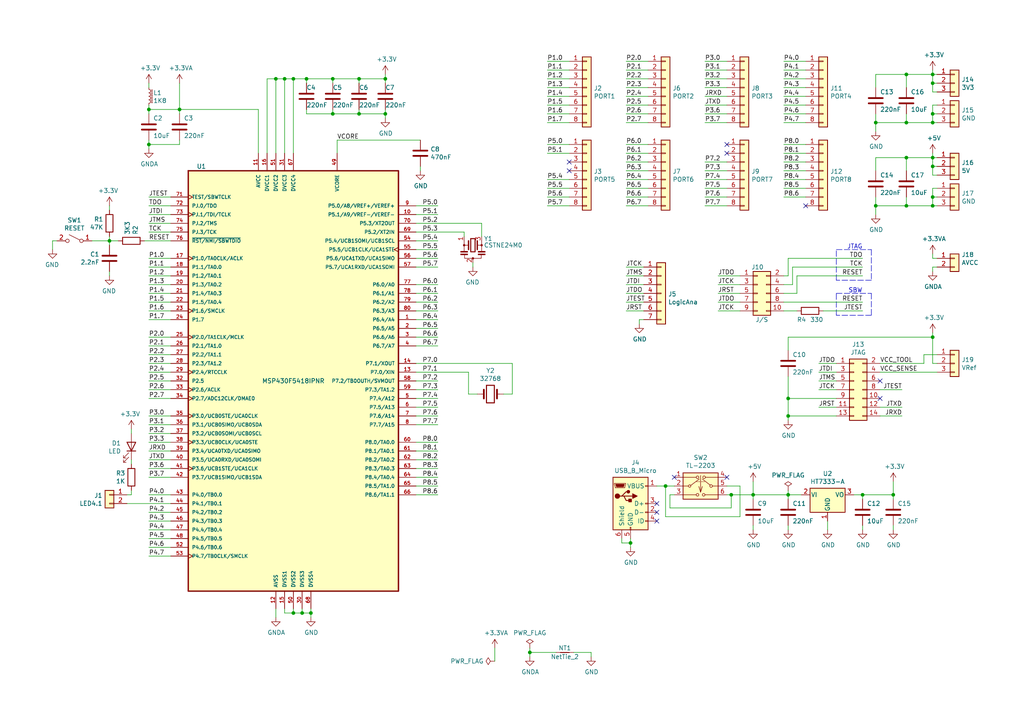
<source format=kicad_sch>
(kicad_sch (version 20211123) (generator eeschema)
  (paper "A4")
  (title_block (title "MSP430-5418A Proto Board") (date "2022-09-17") (rev "1.2") (company "Mathias Gruber"))
  (junction (at 153.67 189.23))
  (junction (at 82.55 22.86))
  (junction (at 218.44 143.51))
  (junction (at 228.6 115.57))
  (junction (at 80.01 22.86))
  (junction (at 85.09 22.86))
  (junction (at 262.89 59.69))
  (junction (at 90.17 177.8))
  (junction (at 262.89 35.56))
  (junction (at 270.51 33.02))
  (junction (at 228.6 143.51))
  (junction (at 96.52 33.02))
  (junction (at 250.19 143.51))
  (junction (at 270.51 45.72))
  (junction (at 270.51 97.79))
  (junction (at 270.51 48.26))
  (junction (at 254 35.56))
  (junction (at 212.09 143.51))
  (junction (at 262.89 21.59))
  (junction (at 31.75 69.85))
  (junction (at 104.14 22.86))
  (junction (at 52.07 31.75))
  (junction (at 270.51 24.13))
  (junction (at 193.04 140.97))
  (junction (at 43.18 41.91))
  (junction (at 43.18 31.75))
  (junction (at 270.51 59.69))
  (junction (at 270.51 35.56))
  (junction (at 111.76 22.86))
  (junction (at 88.9 22.86))
  (junction (at 270.51 21.59))
  (junction (at 104.14 33.02))
  (junction (at 96.52 22.86))
  (junction (at 85.09 177.8))
  (junction (at 259.08 143.51))
  (junction (at 182.88 157.48))
  (junction (at 254 59.69))
  (junction (at 87.63 177.8))
  (junction (at 228.6 120.65))
  (junction (at 111.76 33.02))
  (junction (at 262.89 45.72))
  (junction (at 270.51 57.15))
  (no_connect (at 190.5 151.13))
  (no_connect (at 190.5 146.05))
  (no_connect (at 165.1 46.99))
  (no_connect (at 165.1 49.53))
  (no_connect (at 195.58 138.43))
  (no_connect (at 233.68 59.69))
  (no_connect (at 190.5 148.59))
  (no_connect (at 255.27 115.57))
  (no_connect (at 255.27 110.49))
  (no_connect (at 210.82 41.91))
  (no_connect (at 210.82 138.43))
  (no_connect (at 210.82 44.45))
  (wire (pts (xy 43.18 41.91) (xy 43.18 40.64)))
  (wire (pts (xy 43.18 31.75) (xy 43.18 33.02)))
  (wire (pts (xy 242.57 107.95) (xy 237.49 107.95)))
  (wire (pts (xy 26.67 69.85) (xy 31.75 69.85)))
  (wire (pts (xy 185.42 92.71) (xy 185.42 93.98)))
  (wire (pts (xy 193.04 140.97) (xy 193.04 149.86)))
  (wire (pts (xy 255.27 113.03) (xy 261.62 113.03)))
  (wire (pts (xy 210.82 35.56) (xy 204.47 35.56)))
  (polyline (pts (xy 242.57 85.09) (xy 252.73 85.09)))
  (polyline (pts (xy 242.57 81.28) (xy 242.57 72.39)))
  (wire (pts (xy 52.07 41.91) (xy 43.18 41.91)))
  (wire (pts (xy 111.76 33.02) (xy 104.14 33.02)))
  (wire (pts (xy 227.33 87.63) (xy 250.19 87.63)))
  (wire (pts (xy 270.51 105.41) (xy 270.51 97.79)))
  (wire (pts (xy 43.18 43.18) (xy 43.18 41.91)))
  (wire (pts (xy 74.93 44.45) (xy 74.93 31.75)))
  (wire (pts (xy 120.65 138.43) (xy 127 138.43)))
  (wire (pts (xy 182.88 157.48) (xy 182.88 158.75)))
  (wire (pts (xy 270.51 54.61) (xy 270.51 57.15)))
  (wire (pts (xy 194.31 147.32) (xy 212.09 147.32)))
  (wire (pts (xy 165.1 30.48) (xy 158.75 30.48)))
  (wire (pts (xy 270.51 24.13) (xy 270.51 26.67)))
  (wire (pts (xy 262.89 35.56) (xy 254 35.56)))
  (wire (pts (xy 254 35.56) (xy 254 33.02)))
  (wire (pts (xy 187.96 52.07) (xy 181.61 52.07)))
  (wire (pts (xy 271.78 54.61) (xy 270.51 54.61)))
  (wire (pts (xy 187.96 35.56) (xy 181.61 35.56)))
  (wire (pts (xy 120.65 128.27) (xy 127 128.27)))
  (wire (pts (xy 137.16 77.47) (xy 137.16 76.2)))
  (wire (pts (xy 153.67 187.96) (xy 153.67 189.23)))
  (wire (pts (xy 242.57 110.49) (xy 237.49 110.49)))
  (wire (pts (xy 233.68 33.02) (xy 227.33 33.02)))
  (wire (pts (xy 228.6 143.51) (xy 232.41 143.51)))
  (wire (pts (xy 210.82 30.48) (xy 204.47 30.48)))
  (wire (pts (xy 270.51 21.59) (xy 270.51 24.13)))
  (wire (pts (xy 187.96 46.99) (xy 181.61 46.99)))
  (wire (pts (xy 210.82 46.99) (xy 204.47 46.99)))
  (wire (pts (xy 233.68 52.07) (xy 227.33 52.07)))
  (wire (pts (xy 227.33 85.09) (xy 231.14 85.09)))
  (wire (pts (xy 233.68 22.86) (xy 227.33 22.86)))
  (wire (pts (xy 254 45.72) (xy 254 49.53)))
  (wire (pts (xy 43.18 30.48) (xy 43.18 31.75)))
  (wire (pts (xy 49.53 153.67) (xy 43.18 153.67)))
  (wire (pts (xy 210.82 22.86) (xy 204.47 22.86)))
  (wire (pts (xy 210.82 54.61) (xy 204.47 54.61)))
  (wire (pts (xy 228.6 152.4) (xy 228.6 153.67)))
  (wire (pts (xy 270.51 33.02) (xy 270.51 35.56)))
  (wire (pts (xy 49.53 110.49) (xy 43.18 110.49)))
  (wire (pts (xy 187.96 57.15) (xy 181.61 57.15)))
  (wire (pts (xy 104.14 22.86) (xy 96.52 22.86)))
  (wire (pts (xy 180.34 157.48) (xy 182.88 157.48)))
  (wire (pts (xy 104.14 33.02) (xy 96.52 33.02)))
  (wire (pts (xy 31.75 68.58) (xy 31.75 69.85)))
  (wire (pts (xy 120.65 118.11) (xy 127 118.11)))
  (wire (pts (xy 212.09 147.32) (xy 212.09 143.51)))
  (wire (pts (xy 262.89 45.72) (xy 254 45.72)))
  (wire (pts (xy 49.53 67.31) (xy 43.18 67.31)))
  (wire (pts (xy 120.65 133.35) (xy 127 133.35)))
  (wire (pts (xy 120.65 72.39) (xy 127 72.39)))
  (wire (pts (xy 270.51 20.32) (xy 270.51 21.59)))
  (wire (pts (xy 120.65 130.81) (xy 127 130.81)))
  (wire (pts (xy 208.28 87.63) (xy 214.63 87.63)))
  (wire (pts (xy 36.83 143.51) (xy 38.1 143.51)))
  (wire (pts (xy 250.19 143.51) (xy 247.65 143.51)))
  (wire (pts (xy 43.18 100.33) (xy 49.53 100.33)))
  (wire (pts (xy 31.75 80.01) (xy 31.75 78.74)))
  (wire (pts (xy 88.9 22.86) (xy 88.9 24.13)))
  (wire (pts (xy 270.51 74.93) (xy 270.51 73.66)))
  (wire (pts (xy 210.82 140.97) (xy 214.63 140.97)))
  (wire (pts (xy 49.53 123.19) (xy 43.18 123.19)))
  (wire (pts (xy 120.65 95.25) (xy 127 95.25)))
  (wire (pts (xy 88.9 22.86) (xy 85.09 22.86)))
  (wire (pts (xy 49.53 69.85) (xy 41.91 69.85)))
  (wire (pts (xy 262.89 57.15) (xy 262.89 59.69)))
  (wire (pts (xy 271.78 59.69) (xy 270.51 59.69)))
  (wire (pts (xy 96.52 33.02) (xy 88.9 33.02)))
  (wire (pts (xy 120.65 85.09) (xy 127 85.09)))
  (wire (pts (xy 186.69 77.47) (xy 181.61 77.47)))
  (wire (pts (xy 96.52 22.86) (xy 88.9 22.86)))
  (wire (pts (xy 49.53 161.29) (xy 43.18 161.29)))
  (wire (pts (xy 153.67 189.23) (xy 153.67 190.5)))
  (wire (pts (xy 270.51 77.47) (xy 270.51 78.74)))
  (wire (pts (xy 237.49 118.11) (xy 242.57 118.11)))
  (wire (pts (xy 121.92 49.53) (xy 121.92 48.26)))
  (wire (pts (xy 231.14 80.01) (xy 250.19 80.01)))
  (wire (pts (xy 120.65 82.55) (xy 127 82.55)))
  (wire (pts (xy 49.53 146.05) (xy 36.83 146.05)))
  (wire (pts (xy 120.65 143.51) (xy 127 143.51)))
  (wire (pts (xy 240.03 151.13) (xy 240.03 153.67)))
  (wire (pts (xy 120.65 123.19) (xy 127 123.19)))
  (wire (pts (xy 210.82 25.4) (xy 204.47 25.4)))
  (wire (pts (xy 49.53 59.69) (xy 43.18 59.69)))
  (wire (pts (xy 96.52 24.13) (xy 96.52 22.86)))
  (wire (pts (xy 195.58 143.51) (xy 194.31 143.51)))
  (wire (pts (xy 165.1 20.32) (xy 158.75 20.32)))
  (wire (pts (xy 165.1 25.4) (xy 158.75 25.4)))
  (wire (pts (xy 186.69 87.63) (xy 181.61 87.63)))
  (wire (pts (xy 120.65 97.79) (xy 127 97.79)))
  (wire (pts (xy 212.09 143.51) (xy 218.44 143.51)))
  (wire (pts (xy 85.09 176.53) (xy 85.09 177.8)))
  (wire (pts (xy 165.1 54.61) (xy 158.75 54.61)))
  (wire (pts (xy 233.68 54.61) (xy 227.33 54.61)))
  (wire (pts (xy 165.1 17.78) (xy 158.75 17.78)))
  (wire (pts (xy 238.76 90.17) (xy 250.19 90.17)))
  (wire (pts (xy 187.96 30.48) (xy 181.61 30.48)))
  (wire (pts (xy 233.68 46.99) (xy 227.33 46.99)))
  (wire (pts (xy 270.51 44.45) (xy 270.51 45.72)))
  (wire (pts (xy 233.68 30.48) (xy 227.33 30.48)))
  (wire (pts (xy 233.68 49.53) (xy 227.33 49.53)))
  (wire (pts (xy 120.65 59.69) (xy 127 59.69)))
  (wire (pts (xy 250.19 144.78) (xy 250.19 143.51)))
  (wire (pts (xy 187.96 44.45) (xy 181.61 44.45)))
  (wire (pts (xy 120.65 107.95) (xy 135.89 107.95)))
  (wire (pts (xy 262.89 33.02) (xy 262.89 35.56)))
  (wire (pts (xy 270.51 97.79) (xy 270.51 96.52)))
  (wire (pts (xy 120.65 69.85) (xy 127 69.85)))
  (wire (pts (xy 120.65 140.97) (xy 127 140.97)))
  (wire (pts (xy 270.51 59.69) (xy 262.89 59.69)))
  (wire (pts (xy 186.69 80.01) (xy 181.61 80.01)))
  (wire (pts (xy 254 59.69) (xy 254 57.15)))
  (wire (pts (xy 120.65 100.33) (xy 127 100.33)))
  (wire (pts (xy 49.53 158.75) (xy 43.18 158.75)))
  (wire (pts (xy 171.45 189.23) (xy 171.45 190.5)))
  (wire (pts (xy 182.88 156.21) (xy 182.88 157.48)))
  (wire (pts (xy 104.14 31.75) (xy 104.14 33.02)))
  (wire (pts (xy 38.1 134.62) (xy 38.1 133.35)))
  (wire (pts (xy 143.51 187.96) (xy 143.51 191.77)))
  (polyline (pts (xy 242.57 72.39) (xy 252.73 72.39)))
  (wire (pts (xy 271.78 35.56) (xy 270.51 35.56)))
  (wire (pts (xy 254 62.23) (xy 254 59.69)))
  (wire (pts (xy 255.27 120.65) (xy 261.62 120.65)))
  (wire (pts (xy 49.53 85.09) (xy 43.18 85.09)))
  (wire (pts (xy 49.53 156.21) (xy 43.18 156.21)))
  (wire (pts (xy 49.53 82.55) (xy 43.18 82.55)))
  (wire (pts (xy 49.53 115.57) (xy 43.18 115.57)))
  (wire (pts (xy 165.1 52.07) (xy 158.75 52.07)))
  (wire (pts (xy 259.08 143.51) (xy 259.08 144.78)))
  (wire (pts (xy 49.53 92.71) (xy 43.18 92.71)))
  (wire (pts (xy 111.76 31.75) (xy 111.76 33.02)))
  (wire (pts (xy 111.76 33.02) (xy 111.76 34.29)))
  (wire (pts (xy 165.1 57.15) (xy 158.75 57.15)))
  (wire (pts (xy 271.78 74.93) (xy 270.51 74.93)))
  (wire (pts (xy 82.55 177.8) (xy 85.09 177.8)))
  (wire (pts (xy 270.51 57.15) (xy 270.51 59.69)))
  (wire (pts (xy 270.51 45.72) (xy 262.89 45.72)))
  (wire (pts (xy 88.9 33.02) (xy 88.9 31.75)))
  (wire (pts (xy 228.6 74.93) (xy 250.19 74.93)))
  (wire (pts (xy 52.07 31.75) (xy 43.18 31.75)))
  (wire (pts (xy 38.1 125.73) (xy 38.1 124.46)))
  (wire (pts (xy 228.6 109.22) (xy 228.6 115.57)))
  (wire (pts (xy 270.51 35.56) (xy 262.89 35.56)))
  (wire (pts (xy 190.5 140.97) (xy 193.04 140.97)))
  (wire (pts (xy 233.68 17.78) (xy 227.33 17.78)))
  (wire (pts (xy 228.6 115.57) (xy 228.6 120.65)))
  (wire (pts (xy 121.92 40.64) (xy 97.79 40.64)))
  (wire (pts (xy 233.68 25.4) (xy 227.33 25.4)))
  (wire (pts (xy 255.27 105.41) (xy 267.97 105.41)))
  (wire (pts (xy 271.78 45.72) (xy 270.51 45.72)))
  (wire (pts (xy 231.14 90.17) (xy 227.33 90.17)))
  (wire (pts (xy 187.96 49.53) (xy 181.61 49.53)))
  (wire (pts (xy 49.53 148.59) (xy 43.18 148.59)))
  (wire (pts (xy 120.65 67.31) (xy 134.62 67.31)))
  (wire (pts (xy 210.82 59.69) (xy 204.47 59.69)))
  (wire (pts (xy 218.44 143.51) (xy 228.6 143.51)))
  (wire (pts (xy 262.89 49.53) (xy 262.89 45.72)))
  (wire (pts (xy 82.55 44.45) (xy 82.55 22.86)))
  (wire (pts (xy 49.53 125.73) (xy 43.18 125.73)))
  (wire (pts (xy 52.07 31.75) (xy 74.93 31.75)))
  (wire (pts (xy 82.55 176.53) (xy 82.55 177.8)))
  (wire (pts (xy 161.29 189.23) (xy 153.67 189.23)))
  (wire (pts (xy 34.29 69.85) (xy 31.75 69.85)))
  (wire (pts (xy 180.34 156.21) (xy 180.34 157.48)))
  (wire (pts (xy 262.89 21.59) (xy 254 21.59)))
  (wire (pts (xy 120.65 64.77) (xy 139.7 64.77)))
  (wire (pts (xy 90.17 176.53) (xy 90.17 177.8)))
  (wire (pts (xy 82.55 22.86) (xy 80.01 22.86)))
  (wire (pts (xy 228.6 143.51) (xy 228.6 142.24)))
  (wire (pts (xy 80.01 44.45) (xy 80.01 22.86)))
  (wire (pts (xy 49.53 74.93) (xy 43.18 74.93)))
  (wire (pts (xy 187.96 22.86) (xy 181.61 22.86)))
  (wire (pts (xy 49.53 77.47) (xy 43.18 77.47)))
  (wire (pts (xy 49.53 120.65) (xy 43.18 120.65)))
  (wire (pts (xy 80.01 176.53) (xy 80.01 179.07)))
  (wire (pts (xy 16.51 69.85) (xy 15.24 69.85)))
  (wire (pts (xy 210.82 52.07) (xy 204.47 52.07)))
  (wire (pts (xy 146.05 114.3) (xy 148.59 114.3)))
  (wire (pts (xy 208.28 90.17) (xy 214.63 90.17)))
  (wire (pts (xy 210.82 57.15) (xy 204.47 57.15)))
  (wire (pts (xy 166.37 189.23) (xy 171.45 189.23)))
  (wire (pts (xy 187.96 54.61) (xy 181.61 54.61)))
  (wire (pts (xy 120.65 87.63) (xy 127 87.63)))
  (wire (pts (xy 233.68 44.45) (xy 227.33 44.45)))
  (wire (pts (xy 214.63 149.86) (xy 193.04 149.86)))
  (wire (pts (xy 228.6 101.6) (xy 228.6 97.79)))
  (wire (pts (xy 270.51 30.48) (xy 270.51 33.02)))
  (wire (pts (xy 212.09 143.51) (xy 210.82 143.51)))
  (wire (pts (xy 233.68 20.32) (xy 227.33 20.32)))
  (wire (pts (xy 165.1 33.02) (xy 158.75 33.02)))
  (wire (pts (xy 233.68 27.94) (xy 227.33 27.94)))
  (wire (pts (xy 49.53 90.17) (xy 43.18 90.17)))
  (wire (pts (xy 165.1 41.91) (xy 158.75 41.91)))
  (wire (pts (xy 187.96 27.94) (xy 181.61 27.94)))
  (wire (pts (xy 270.51 45.72) (xy 270.51 48.26)))
  (wire (pts (xy 186.69 82.55) (xy 181.61 82.55)))
  (wire (pts (xy 85.09 22.86) (xy 82.55 22.86)))
  (wire (pts (xy 228.6 144.78) (xy 228.6 143.51)))
  (wire (pts (xy 120.65 92.71) (xy 127 92.71)))
  (polyline (pts (xy 252.73 72.39) (xy 252.73 81.28)))
  (wire (pts (xy 259.08 143.51) (xy 259.08 139.7)))
  (wire (pts (xy 227.33 82.55) (xy 229.87 82.55)))
  (wire (pts (xy 49.53 151.13) (xy 43.18 151.13)))
  (wire (pts (xy 97.79 40.64) (xy 97.79 44.45)))
  (wire (pts (xy 271.78 21.59) (xy 270.51 21.59)))
  (wire (pts (xy 52.07 33.02) (xy 52.07 31.75)))
  (wire (pts (xy 218.44 152.4) (xy 218.44 153.67)))
  (wire (pts (xy 52.07 40.64) (xy 52.07 41.91)))
  (wire (pts (xy 218.44 139.7) (xy 218.44 143.51)))
  (wire (pts (xy 254 38.1) (xy 254 35.56)))
  (wire (pts (xy 218.44 144.78) (xy 218.44 143.51)))
  (wire (pts (xy 193.04 140.97) (xy 195.58 140.97)))
  (wire (pts (xy 233.68 57.15) (xy 227.33 57.15)))
  (wire (pts (xy 49.53 107.95) (xy 43.18 107.95)))
  (wire (pts (xy 148.59 105.41) (xy 148.59 114.3)))
  (wire (pts (xy 210.82 20.32) (xy 204.47 20.32)))
  (wire (pts (xy 85.09 44.45) (xy 85.09 22.86)))
  (wire (pts (xy 87.63 176.53) (xy 87.63 177.8)))
  (wire (pts (xy 165.1 35.56) (xy 158.75 35.56)))
  (wire (pts (xy 210.82 33.02) (xy 204.47 33.02)))
  (wire (pts (xy 165.1 22.86) (xy 158.75 22.86)))
  (wire (pts (xy 49.53 138.43) (xy 43.18 138.43)))
  (wire (pts (xy 120.65 110.49) (xy 127 110.49)))
  (wire (pts (xy 242.57 115.57) (xy 228.6 115.57)))
  (wire (pts (xy 227.33 80.01) (xy 228.6 80.01)))
  (wire (pts (xy 255.27 118.11) (xy 261.62 118.11)))
  (wire (pts (xy 254 21.59) (xy 254 25.4)))
  (wire (pts (xy 262.89 59.69) (xy 254 59.69)))
  (wire (pts (xy 104.14 24.13) (xy 104.14 22.86)))
  (wire (pts (xy 77.47 22.86) (xy 77.47 44.45)))
  (wire (pts (xy 229.87 82.55) (xy 229.87 77.47)))
  (wire (pts (xy 186.69 85.09) (xy 181.61 85.09)))
  (wire (pts (xy 15.24 69.85) (xy 15.24 72.39)))
  (wire (pts (xy 49.53 130.81) (xy 43.18 130.81)))
  (wire (pts (xy 120.65 113.03) (xy 127 113.03)))
  (wire (pts (xy 187.96 59.69) (xy 181.61 59.69)))
  (wire (pts (xy 250.19 152.4) (xy 250.19 153.67)))
  (wire (pts (xy 186.69 90.17) (xy 181.61 90.17)))
  (wire (pts (xy 49.53 128.27) (xy 43.18 128.27)))
  (wire (pts (xy 187.96 41.91) (xy 181.61 41.91)))
  (polyline (pts (xy 252.73 91.44) (xy 242.57 91.44)))
  (wire (pts (xy 120.65 74.93) (xy 127 74.93)))
  (wire (pts (xy 210.82 17.78) (xy 204.47 17.78)))
  (wire (pts (xy 85.09 177.8) (xy 87.63 177.8)))
  (wire (pts (xy 111.76 22.86) (xy 104.14 22.86)))
  (wire (pts (xy 49.53 102.87) (xy 43.18 102.87)))
  (wire (pts (xy 165.1 44.45) (xy 158.75 44.45)))
  (wire (pts (xy 210.82 27.94) (xy 204.47 27.94)))
  (wire (pts (xy 242.57 120.65) (xy 228.6 120.65)))
  (wire (pts (xy 49.53 105.41) (xy 43.18 105.41)))
  (wire (pts (xy 229.87 77.47) (xy 250.19 77.47)))
  (wire (pts (xy 38.1 142.24) (xy 38.1 143.51)))
  (wire (pts (xy 120.65 135.89) (xy 127 135.89)))
  (wire (pts (xy 165.1 27.94) (xy 158.75 27.94)))
  (wire (pts (xy 80.01 22.86) (xy 77.47 22.86)))
  (wire (pts (xy 208.28 80.01) (xy 214.63 80.01)))
  (wire (pts (xy 208.28 85.09) (xy 214.63 85.09)))
  (wire (pts (xy 270.51 21.59) (xy 262.89 21.59)))
  (wire (pts (xy 271.78 48.26) (xy 270.51 48.26)))
  (wire (pts (xy 208.28 82.55) (xy 214.63 82.55)))
  (wire (pts (xy 120.65 105.41) (xy 148.59 105.41)))
  (polyline (pts (xy 252.73 81.28) (xy 242.57 81.28)))
  (wire (pts (xy 49.53 80.01) (xy 43.18 80.01)))
  (wire (pts (xy 52.07 31.75) (xy 52.07 24.13)))
  (wire (pts (xy 111.76 22.86) (xy 111.76 24.13)))
  (wire (pts (xy 49.53 97.79) (xy 43.18 97.79)))
  (wire (pts (xy 259.08 152.4) (xy 259.08 153.67)))
  (wire (pts (xy 49.53 62.23) (xy 43.18 62.23)))
  (wire (pts (xy 233.68 41.91) (xy 227.33 41.91)))
  (wire (pts (xy 31.75 69.85) (xy 31.75 71.12)))
  (wire (pts (xy 271.78 24.13) (xy 270.51 24.13)))
  (wire (pts (xy 228.6 80.01) (xy 228.6 74.93)))
  (wire (pts (xy 43.18 24.13) (xy 43.18 25.4)))
  (wire (pts (xy 96.52 31.75) (xy 96.52 33.02)))
  (wire (pts (xy 186.69 92.71) (xy 185.42 92.71)))
  (wire (pts (xy 49.53 64.77) (xy 43.18 64.77)))
  (wire (pts (xy 270.51 50.8) (xy 271.78 50.8)))
  (wire (pts (xy 231.14 85.09) (xy 231.14 80.01)))
  (wire (pts (xy 210.82 49.53) (xy 204.47 49.53)))
  (wire (pts (xy 242.57 113.03) (xy 237.49 113.03)))
  (wire (pts (xy 255.27 107.95) (xy 271.78 107.95)))
  (wire (pts (xy 267.97 102.87) (xy 267.97 105.41)))
  (wire (pts (xy 120.65 62.23) (xy 127 62.23)))
  (wire (pts (xy 267.97 102.87) (xy 271.78 102.87)))
  (wire (pts (xy 271.78 30.48) (xy 270.51 30.48)))
  (wire (pts (xy 187.96 33.02) (xy 181.61 33.02)))
  (polyline (pts (xy 252.73 85.09) (xy 252.73 91.44)))
  (wire (pts (xy 49.53 87.63) (xy 43.18 87.63)))
  (wire (pts (xy 120.65 90.17) (xy 127 90.17)))
  (wire (pts (xy 165.1 59.69) (xy 158.75 59.69)))
  (wire (pts (xy 49.53 143.51) (xy 43.18 143.51)))
  (wire (pts (xy 49.53 135.89) (xy 43.18 135.89)))
  (wire (pts (xy 271.78 77.47) (xy 270.51 77.47)))
  (wire (pts (xy 250.19 143.51) (xy 259.08 143.51)))
  (wire (pts (xy 187.96 17.78) (xy 181.61 17.78)))
  (wire (pts (xy 135.89 107.95) (xy 135.89 114.3)))
  (wire (pts (xy 87.63 177.8) (xy 90.17 177.8)))
  (wire (pts (xy 214.63 140.97) (xy 214.63 149.86)))
  (wire (pts (xy 49.53 133.35) (xy 43.18 133.35)))
  (wire (pts (xy 270.51 48.26) (xy 270.51 50.8)))
  (wire (pts (xy 262.89 25.4) (xy 262.89 21.59)))
  (wire (pts (xy 111.76 21.59) (xy 111.76 22.86)))
  (wire (pts (xy 120.65 77.47) (xy 127 77.47)))
  (wire (pts (xy 271.78 57.15) (xy 270.51 57.15)))
  (wire (pts (xy 120.65 115.57) (xy 127 115.57)))
  (wire (pts (xy 271.78 105.41) (xy 270.51 105.41)))
  (wire (pts (xy 228.6 120.65) (xy 228.6 121.92)))
  (wire (pts (xy 49.53 113.03) (xy 43.18 113.03)))
  (wire (pts (xy 233.68 35.56) (xy 227.33 35.56)))
  (wire (pts (xy 31.75 60.96) (xy 31.75 59.69)))
  (wire (pts (xy 138.43 114.3) (xy 135.89 114.3)))
  (wire (pts (xy 187.96 25.4) (xy 181.61 25.4)))
  (polyline (pts (xy 242.57 91.44) (xy 242.57 85.09)))
  (wire (pts (xy 237.49 105.41) (xy 242.57 105.41)))
  (wire (pts (xy 49.53 57.15) (xy 43.18 57.15)))
  (wire (pts (xy 271.78 33.02) (xy 270.51 33.02)))
  (wire (pts (xy 270.51 26.67) (xy 271.78 26.67)))
  (wire (pts (xy 194.31 143.51) (xy 194.31 147.32)))
  (wire (pts (xy 90.17 177.8) (xy 90.17 179.07)))
  (wire (pts (xy 134.62 67.31) (xy 134.62 68.58)))
  (wire (pts (xy 187.96 20.32) (xy 181.61 20.32)))
  (wire (pts (xy 228.6 97.79) (xy 270.51 97.79)))
  (wire (pts (xy 120.65 120.65) (xy 127 120.65)))
  (wire (pts (xy 139.7 64.77) (xy 139.7 68.58)))
  (text "SBW" (at 250.19 85.09 180) (effects (font (size 1.27 1.27)) (justify right bottom)))
  (text "JTAG" (at 250.19 72.39 180) (effects (font (size 1.27 1.27)) (justify right bottom)))
  (label "P7.6" (at 204.47 57.15 0))
  (label "P3.7" (at 43.18 138.43 0))
  (label "P1.5" (at 43.18 87.63 0))
  (label "P5.6" (at 127 74.93 180))
  (label "P8.0" (at 127 128.27 180))
  (label "P2.5" (at 43.18 110.49 0))
  (label "P2.7" (at 43.18 115.57 0))
  (label "P7.5" (at 127 118.11 180))
  (label "P7.2" (at 127 110.49 180))
  (label "P5.5" (at 158.75 54.61 0))
  (label "P2.4" (at 43.18 107.95 0))
  (label "P6.3" (at 127 90.17 180))
  (label "JTDI" (at 237.49 107.95 0))
  (label "P7.4" (at 127 115.57 180))
  (label "P1.5" (at 158.75 30.48 0))
  (label "P8.0" (at 227.33 41.91 0))
  (label "TDO" (at 43.18 59.69 0))
  (label "P1.2" (at 43.18 80.01 0))
  (label "P7.2" (at 204.47 46.99 0))
  (label "P1.1" (at 43.18 77.47 0))
  (label "RESET" (at 43.18 69.85 0))
  (label "P4.1" (at 43.18 146.05 0))
  (label "P8.2" (at 227.33 46.99 0))
  (label "P5.2" (at 127 64.77 180))
  (label "JTDO" (at 208.28 80.01 0))
  (label "P4.5" (at 43.18 156.21 0))
  (label "TCK" (at 250.19 77.47 180))
  (label "P8.4" (at 227.33 52.07 0))
  (label "JTDI" (at 43.18 62.23 0))
  (label "P4.0" (at 227.33 17.78 0))
  (label "P5.0" (at 158.75 41.91 0))
  (label "P4.6" (at 43.18 158.75 0))
  (label "P5.0" (at 127 59.69 180))
  (label "JTXD" (at 43.18 133.35 0))
  (label "P8.6" (at 127 143.51 180))
  (label "P7.6" (at 127 120.65 180))
  (label "P2.4" (at 181.61 27.94 0))
  (label "P3.2" (at 204.47 22.86 0))
  (label "P5.4" (at 158.75 52.07 0))
  (label "P2.1" (at 43.18 100.33 0))
  (label "P1.7" (at 43.18 92.71 0))
  (label "P1.3" (at 43.18 82.55 0))
  (label "P7.3" (at 204.47 49.53 0))
  (label "P6.2" (at 181.61 46.99 0))
  (label "VCORE" (at 97.79 40.64 0))
  (label "P4.3" (at 227.33 25.4 0))
  (label "P2.3" (at 181.61 25.4 0))
  (label "P8.3" (at 227.33 49.53 0))
  (label "P6.1" (at 181.61 44.45 0))
  (label "P1.3" (at 158.75 25.4 0))
  (label "P7.3" (at 127 113.03 180))
  (label "P6.5" (at 127 95.25 180))
  (label "P7.4" (at 204.47 52.07 0))
  (label "P7.7" (at 127 123.19 180))
  (label "TCK" (at 43.18 67.31 0))
  (label "JTCK" (at 208.28 82.55 0))
  (label "P3.3" (at 204.47 25.4 0))
  (label "P3.1" (at 204.47 20.32 0))
  (label "P1.0" (at 43.18 74.93 0))
  (label "JTDO" (at 181.61 85.09 0))
  (label "P4.4" (at 43.18 153.67 0))
  (label "P4.0" (at 43.18 143.51 0))
  (label "P7.1" (at 127 107.95 180))
  (label "P4.3" (at 43.18 151.13 0))
  (label "RESET" (at 250.19 80.01 180))
  (label "P6.6" (at 181.61 57.15 0))
  (label "P4.6" (at 227.33 33.02 0))
  (label "JTMS" (at 237.49 110.49 0))
  (label "P3.1" (at 43.18 123.19 0))
  (label "P8.4" (at 127 138.43 180))
  (label "JTEST" (at 181.61 87.63 0))
  (label "TDO" (at 250.19 74.93 180))
  (label "P6.7" (at 181.61 59.69 0))
  (label "P1.6" (at 43.18 90.17 0))
  (label "P3.3" (at 43.18 128.27 0))
  (label "P1.0" (at 158.75 17.78 0))
  (label "P5.5" (at 127 72.39 180))
  (label "P8.6" (at 227.33 57.15 0))
  (label "JRST" (at 208.28 85.09 0))
  (label "P6.6" (at 127 97.79 180))
  (label "P6.1" (at 127 85.09 180))
  (label "P3.2" (at 43.18 125.73 0))
  (label "P5.7" (at 127 77.47 180))
  (label "JRST" (at 181.61 90.17 0))
  (label "P5.3" (at 127 67.31 180))
  (label "JRXD" (at 204.47 27.94 0))
  (label "P2.2" (at 43.18 102.87 0))
  (label "P4.1" (at 227.33 20.32 0))
  (label "P6.4" (at 181.61 52.07 0))
  (label "JTXD" (at 204.47 30.48 0))
  (label "P3.0" (at 204.47 17.78 0))
  (label "P6.5" (at 181.61 54.61 0))
  (label "P3.6" (at 204.47 33.02 0))
  (label "P4.2" (at 227.33 22.86 0))
  (label "JTMS" (at 43.18 64.77 0))
  (label "JTXD" (at 261.62 118.11 180))
  (label "VCC_SENSE" (at 255.27 107.95 0))
  (label "P6.7" (at 127 100.33 180))
  (label "P4.4" (at 227.33 27.94 0))
  (label "P8.2" (at 127 133.35 180))
  (label "P6.3" (at 181.61 49.53 0))
  (label "P8.5" (at 227.33 54.61 0))
  (label "P1.4" (at 158.75 27.94 0))
  (label "JTDI" (at 181.61 82.55 0))
  (label "P6.0" (at 181.61 41.91 0))
  (label "RESET" (at 250.19 87.63 180))
  (label "P1.1" (at 158.75 20.32 0))
  (label "JTCK" (at 237.49 113.03 0))
  (label "P8.3" (at 127 135.89 180))
  (label "P2.0" (at 43.18 97.79 0))
  (label "JTEST" (at 250.19 90.17 180))
  (label "P5.7" (at 158.75 59.69 0))
  (label "P1.6" (at 158.75 33.02 0))
  (label "P4.7" (at 43.18 161.29 0))
  (label "P7.0" (at 127 105.41 180))
  (label "JRXD" (at 261.62 120.65 180))
  (label "P8.1" (at 227.33 44.45 0))
  (label "P4.7" (at 227.33 35.56 0))
  (label "P5.6" (at 158.75 57.15 0))
  (label "P5.1" (at 158.75 44.45 0))
  (label "P4.2" (at 43.18 148.59 0))
  (label "P2.6" (at 181.61 33.02 0))
  (label "P1.2" (at 158.75 22.86 0))
  (label "P7.7" (at 204.47 59.69 0))
  (label "JRST" (at 237.49 118.11 0))
  (label "P3.6" (at 43.18 135.89 0))
  (label "P2.1" (at 181.61 20.32 0))
  (label "VCC_TOOL" (at 255.27 105.41 0))
  (label "P2.7" (at 181.61 35.56 0))
  (label "P8.1" (at 127 130.81 180))
  (label "JTMS" (at 181.61 80.01 0))
  (label "P4.5" (at 227.33 30.48 0))
  (label "P7.5" (at 204.47 54.61 0))
  (label "JTDO" (at 237.49 105.41 0))
  (label "JTCK" (at 181.61 77.47 0))
  (label "P3.7" (at 204.47 35.56 0))
  (label "P2.3" (at 43.18 105.41 0))
  (label "P3.0" (at 43.18 120.65 0))
  (label "P1.7" (at 158.75 35.56 0))
  (label "P2.2" (at 181.61 22.86 0))
  (label "JRXD" (at 43.18 130.81 0))
  (label "P6.2" (at 127 87.63 180))
  (label "P5.4" (at 127 69.85 180))
  (label "P6.0" (at 127 82.55 180))
  (label "JTDO" (at 208.28 87.63 0))
  (label "P2.6" (at 43.18 113.03 0))
  (label "P2.0" (at 181.61 17.78 0))
  (label "P6.4" (at 127 92.71 180))
  (label "P5.1" (at 127 62.23 180))
  (label "JTEST" (at 261.62 113.03 180))
  (label "P2.5" (at 181.61 30.48 0))
  (label "JTEST" (at 43.18 57.15 0))
  (label "P8.5" (at 127 140.97 180))
  (label "P1.4" (at 43.18 85.09 0))
  (label "JTCK" (at 208.28 90.17 0))
  (symbol (lib_id "power:+3.3V") (at 111.76 21.59 0) (unit 1)
    (property "Reference" "#PWR010" (effects hide))
    (property "Value" "+3.3V" (at 112.141 17.1958 0))
  )
  (symbol (lib_id "power:GND") (at 90.17 179.07 0) (unit 1)
    (property "Reference" "#PWR09" (effects hide))
    (property "Value" "GND" (at 90.297 183.4642 0))
  )
  (symbol (lib_id "Connector:USB_B_Micro") (at 182.88 146.05 0) (unit 1)
    (property "Reference" "J4" (at 184.3278 134.1882 0))
    (property "Value" "USB_B_Micro" (at 184.3278 136.4996 0))
    (property "Footprint" "lib:USB_Micro-B_Molex-105017-0001-handsolder" (effects hide))
    (property "LCSC" "C10418" (effects hide))
    (property "Descr" "1A USB 2.0 1 5 Female Micro-B SMD USB Connectors ROHS" (effects hide))
  )
  (symbol (lib_id "Connector_Generic:Conn_02x07_Odd_Even") (at 247.65 113.03 0) (unit 1)
    (property "Reference" "J13" (at 248.92 99.8982 0))
    (property "Value" "JTAG" (at 248.92 102.2096 0))
    (property "Footprint" "Connector_IDC:IDC-Header_2x07_P2.54mm_Vertical" (effects hide))
  )
  (symbol (lib_id "power:+5V") (at 218.44 139.7 0) (unit 1)
    (property "Reference" "#PWR019" (effects hide))
    (property "Value" "+5V" (at 218.821 135.3058 0))
  )
  (symbol (lib_id "Connector_Generic:Conn_01x03") (at 276.86 105.41 0) (unit 1)
    (property "Reference" "J19" (at 278.892 104.3432 0) (effects (justify left)))
    (property "Value" "VRef" (at 278.892 106.6546 0) (effects (justify left)))
    (property "Footprint" "Connector_PinHeader_2.54mm:PinHeader_1x03_P2.54mm_Vertical" (effects hide))
  )
  (symbol (lib_id "power:+3.3V") (at 270.51 96.52 0) (unit 1)
    (property "Reference" "#PWR033" (effects hide))
    (property "Value" "+3.3V" (at 270.891 92.1258 0))
  )
  (symbol (lib_id "power:GND") (at 228.6 121.92 0) (unit 1)
    (property "Reference" "#PWR021" (effects hide))
    (property "Value" "GND" (at 228.727 126.3142 0))
  )
  (symbol (lib_id "Device:R") (at 31.75 64.77 0) (mirror y) (unit 1)
    (property "Reference" "R1" (at 29.972 63.6016 0) (effects (justify left)))
    (property "Value" "47K" (at 29.972 65.913 0) (effects (justify left)))
    (property "Footprint" "Resistor_SMD:R_0603_1608Metric_Pad0.98x0.95mm_HandSolder" (effects hide))
    (property "Descr" "100mW Thick Film Resistors 75V ±100ppm/℃ ±1% -55℃~+155℃ 47kΩ 0603 Chip Resistor - Surface Mount ROHS" (effects hide))
    (property "LCSC" " " (effects hide))
  )
  (symbol (lib_id "Device:C") (at 31.75 74.93 0) (mirror y) (unit 1)
    (property "Reference" "C1" (at 28.829 73.7616 0) (effects (justify left)))
    (property "Value" "2.2nF" (at 28.829 76.073 0) (effects (justify left)))
    (property "Footprint" "Capacitor_SMD:C_0603_1608Metric_Pad1.08x0.95mm_HandSolder" (effects hide))
    (property "Descr" "50V 2.2nF X7R ±10% 0603 Multilayer Ceramic Capacitors MLCC - SMD/SMT ROHS" (effects hide))
    (property "LCSC" "C1604" (effects hide))
  )
  (symbol (lib_id "power:+3.3V") (at 31.75 59.69 0) (mirror y) (unit 1)
    (property "Reference" "#PWR02" (effects hide))
    (property "Value" "+3.3V" (at 31.369 55.2958 0))
  )
  (symbol (lib_id "power:GND") (at 31.75 80.01 0) (mirror y) (unit 1)
    (property "Reference" "#PWR03" (effects hide))
    (property "Value" "GND" (at 31.623 84.4042 0))
  )
  (symbol (lib_id "power:GND") (at 182.88 158.75 0) (unit 1)
    (property "Reference" "#PWR017" (effects hide))
    (property "Value" "GND" (at 183.007 163.1442 0))
  )
  (symbol (lib_id "Regulator_Linear:MCP1703A-3302_SOT89") (at 240.03 143.51 0) (unit 1)
    (property "Reference" "U2" (at 240.03 137.3632 0))
    (property "Value" "HT7333-A" (at 240.03 139.6746 0))
    (property "Footprint" "Package_TO_SOT_SMD:SOT-89-3" (effects hide))
    (property "Datasheet" "http://ww1.microchip.com/downloads/en/DeviceDoc/20005122B.pdf" (effects hide))
    (property "LCSC" "C347191" (effects hide))
    (property "Descr" "250mA 90mV@(40mA) Fixed 3.3V~3.3V Positive 1 12V SOT-89 Linear Voltage Regulators (LDO) ROHS" (effects hide))
  )
  (symbol (lib_id "power:+3.3V") (at 259.08 139.7 0) (unit 1)
    (property "Reference" "#PWR027" (effects hide))
    (property "Value" "+3.3V" (at 259.461 135.3058 0))
  )
  (symbol (lib_id "Device:C") (at 111.76 27.94 0) (unit 1)
    (property "Reference" "C7" (at 111.76 25.4 0) (effects (justify left)))
    (property "Value" "220nF" (at 111.76 30.48 0) (effects (justify left)))
    (property "Footprint" "Capacitor_SMD:C_0603_1608Metric_Pad1.08x0.95mm_HandSolder" (effects hide))
    (property "LCSC" "C21120" (effects hide))
    (property "Descr" "25V 220nF X7R ±10% 0603 Multilayer Ceramic Capacitors MLCC - SMD/SMT ROHS" (effects hide))
  )
  (symbol (lib_id "power:GND") (at 111.76 34.29 0) (unit 1)
    (property "Reference" "#PWR011" (effects hide))
    (property "Value" "GND" (at 111.887 38.6842 0))
  )
  (symbol (lib_id "Device:C") (at 228.6 148.59 0) (unit 1)
    (property "Reference" "C11" (at 229.87 146.05 0) (effects (justify left)))
    (property "Value" "220nF" (at 229.87 151.13 0) (effects (justify left)))
    (property "Footprint" "Capacitor_SMD:C_0603_1608Metric_Pad1.08x0.95mm_HandSolder" (effects hide))
    (property "LCSC" "C21120" (effects hide))
    (property "Descr" "25V 220nF X7R ±10% 0603 Multilayer Ceramic Capacitors MLCC - SMD/SMT ROHS" (effects hide))
  )
  (symbol (lib_id "Device:C") (at 218.44 148.59 0) (unit 1)
    (property "Reference" "C9" (at 219.71 146.05 0) (effects (justify left)))
    (property "Value" "10uF" (at 219.71 151.13 0) (effects (justify left)))
    (property "Footprint" "Capacitor_SMD:C_0603_1608Metric_Pad1.08x0.95mm_HandSolder" (effects hide))
    (property "Descr" "10V 10uF X5R ±10% 0603 Multilayer Ceramic Capacitors MLCC - SMD/SMT ROHS" (effects hide))
    (property "LCSC" "C19702" (effects hide))
  )
  (symbol (lib_id "Device:C") (at 52.07 36.83 0) (unit 1)
    (property "Reference" "C3" (at 53.34 34.29 0) (effects (justify left)))
    (property "Value" "220nF" (at 53.34 39.37 0) (effects (justify left)))
    (property "Footprint" "Capacitor_SMD:C_0603_1608Metric_Pad1.08x0.95mm_HandSolder" (effects hide))
    (property "LCSC" "C21120" (effects hide))
    (property "Descr" "25V 220nF X7R ±10% 0603 Multilayer Ceramic Capacitors MLCC - SMD/SMT ROHS" (effects hide))
  )
  (symbol (lib_id "Switch:SW_SPST") (at 21.59 69.85 0) (mirror y) (unit 1)
    (property "Reference" "SW1" (at 21.59 63.881 0))
    (property "Value" "RESET" (at 21.59 66.1924 0))
    (property "Footprint" "lib:SW_Push_SPST_NO_Alps_SKRK_handsolder" (effects hide))
    (property "LCSC" "C720477" (effects hide))
    (property "Descr" "O SMDSplicing 50mA 4mm 100MΩ 100000 12V 160gf@±50gf 3mm -30℃~+80℃ 2mm Black Round Button Brick nogging SPST SMD Tactile Switches ROHS" (effects hide))
  )
  (symbol (lib_id "Connector_Generic:Conn_01x08") (at 170.18 25.4 0) (unit 1)
    (property "Reference" "J2" (at 172.212 25.6032 0) (effects (justify left)))
    (property "Value" "PORT1" (at 172.212 27.9146 0) (effects (justify left)))
    (property "Footprint" "Connector_PinHeader_2.54mm:PinHeader_1x08_P2.54mm_Vertical" (effects hide))
  )
  (symbol (lib_id "power:GND") (at 15.24 72.39 0) (mirror y) (unit 1)
    (property "Reference" "#PWR01" (effects hide))
    (property "Value" "GND" (at 15.113 76.7842 0))
  )
  (symbol (lib_id "Connector_Generic:Conn_01x08") (at 193.04 25.4 0) (unit 1)
    (property "Reference" "J6" (at 195.072 25.6032 0) (effects (justify left)))
    (property "Value" "PORT2" (at 195.072 27.9146 0) (effects (justify left)))
    (property "Footprint" "Connector_PinHeader_2.54mm:PinHeader_1x08_P2.54mm_Vertical" (effects hide))
  )
  (symbol (lib_id "Connector_Generic:Conn_01x08") (at 215.9 25.4 0) (unit 1)
    (property "Reference" "J8" (at 217.932 25.6032 0) (effects (justify left)))
    (property "Value" "PORT3" (at 217.932 27.9146 0) (effects (justify left)))
    (property "Footprint" "Connector_PinHeader_2.54mm:PinHeader_1x08_P2.54mm_Vertical" (effects hide))
  )
  (symbol (lib_id "power:GND") (at 240.03 153.67 0) (unit 1)
    (property "Reference" "#PWR023" (effects hide))
    (property "Value" "GND" (at 240.157 158.0642 0))
  )
  (symbol (lib_id "power:GND") (at 228.6 153.67 0) (unit 1)
    (property "Reference" "#PWR022" (effects hide))
    (property "Value" "GND" (at 228.727 158.0642 0))
  )
  (symbol (lib_id "power:GND") (at 218.44 153.67 0) (unit 1)
    (property "Reference" "#PWR020" (effects hide))
    (property "Value" "GND" (at 218.567 158.0642 0))
  )
  (symbol (lib_id "Connector_Generic:Conn_01x08") (at 238.76 25.4 0) (unit 1)
    (property "Reference" "J11" (at 240.792 25.6032 0) (effects (justify left)))
    (property "Value" "PORT4" (at 240.792 27.9146 0) (effects (justify left)))
    (property "Footprint" "Connector_PinHeader_2.54mm:PinHeader_1x08_P2.54mm_Vertical" (effects hide))
  )
  (symbol (lib_id "Connector_Generic:Conn_01x08") (at 170.18 49.53 0) (unit 1)
    (property "Reference" "J3" (at 172.212 49.7332 0) (effects (justify left)))
    (property "Value" "PORT5" (at 172.212 52.0446 0) (effects (justify left)))
    (property "Footprint" "Connector_PinHeader_2.54mm:PinHeader_1x08_P2.54mm_Vertical" (effects hide))
  )
  (symbol (lib_id "Device:C") (at 43.18 36.83 0) (unit 1)
    (property "Reference" "C2" (at 44.45 34.29 0) (effects (justify left)))
    (property "Value" "10uF" (at 44.45 39.37 0) (effects (justify left)))
    (property "Footprint" "Capacitor_SMD:C_0603_1608Metric_Pad1.08x0.95mm_HandSolder" (effects hide))
    (property "Descr" "10V 10uF X5R ±10% 0603 Multilayer Ceramic Capacitors MLCC - SMD/SMT ROHS" (effects hide))
    (property "LCSC" "C19702" (effects hide))
  )
  (symbol (lib_id "Device:C") (at 250.19 148.59 0) (unit 1)
    (property "Reference" "C12" (at 251.46 146.05 0) (effects (justify left)))
    (property "Value" "10uF" (at 251.46 151.13 0) (effects (justify left)))
    (property "Footprint" "Capacitor_SMD:C_0603_1608Metric_Pad1.08x0.95mm_HandSolder" (effects hide))
    (property "Descr" "10V 10uF X5R ±10% 0603 Multilayer Ceramic Capacitors MLCC - SMD/SMT ROHS" (effects hide))
    (property "LCSC" "C19702" (effects hide))
  )
  (symbol (lib_id "Device:C") (at 259.08 148.59 0) (unit 1)
    (property "Reference" "C15" (at 260.35 146.05 0) (effects (justify left)))
    (property "Value" "220nF" (at 260.35 151.13 0) (effects (justify left)))
    (property "Footprint" "Capacitor_SMD:C_0603_1608Metric_Pad1.08x0.95mm_HandSolder" (effects hide))
    (property "LCSC" "C21120" (effects hide))
    (property "Descr" "25V 220nF X7R ±10% 0603 Multilayer Ceramic Capacitors MLCC - SMD/SMT ROHS" (effects hide))
  )
  (symbol (lib_id "Connector_Generic:Conn_02x05_Odd_Even") (at 219.71 85.09 0) (unit 1)
    (property "Reference" "J10" (at 219.71 77.47 0))
    (property "Value" "J/S" (at 220.98 92.71 0))
    (property "Footprint" "Connector_PinHeader_2.54mm:PinHeader_2x05_P2.54mm_Vertical" (effects hide))
  )
  (symbol (lib_id "power:GND") (at 250.19 153.67 0) (unit 1)
    (property "Reference" "#PWR024" (effects hide))
    (property "Value" "GND" (at 250.317 158.0642 0))
  )
  (symbol (lib_id "power:GND") (at 259.08 153.67 0) (unit 1)
    (property "Reference" "#PWR028" (effects hide))
    (property "Value" "GND" (at 259.207 158.0642 0))
  )
  (symbol (lib_id "Device:R") (at 38.1 138.43 0) (mirror y) (unit 1)
    (property "Reference" "R3" (at 36.322 137.2616 0) (effects (justify left)))
    (property "Value" "1K" (at 36.322 139.573 0) (effects (justify left)))
    (property "Footprint" "Resistor_SMD:R_0603_1608Metric_Pad0.98x0.95mm_HandSolder" (effects hide))
    (property "Descr" "100mW Thick Film Resistors 75V ±100ppm/℃ ±1% -55℃~+155℃ 1kΩ 0603 Chip Resistor - Surface Mount ROHS" (effects hide))
    (property "LCSC" "C21190" (effects hide))
  )
  (symbol (lib_id "Device:LED") (at 38.1 129.54 270) (mirror x) (unit 1)
    (property "Reference" "D1" (at 35.1028 128.5494 90) (effects (justify right)))
    (property "Value" "LED" (at 35.1028 130.8608 90) (effects (justify right)))
    (property "Footprint" "LED_SMD:LED_0603_1608Metric_Pad1.05x0.95mm_HandSolder" (effects hide))
    (property "LCSC" "C72038" (effects hide))
    (property "Descr" "585.5~591.5nm 0603 Light Emitting Diodes (LED) ROHS" (effects hide))
  )
  (symbol (lib_id "power:+3.3V") (at 38.1 124.46 0) (mirror y) (unit 1)
    (property "Reference" "#PWR04" (effects hide))
    (property "Value" "+3.3V" (at 37.719 120.0658 0))
  )
  (symbol (lib_id "Device:L_Ferrite_Small") (at 43.18 27.94 0) (unit 1)
    (property "Reference" "L1" (at 44.45 26.924 0) (effects (justify left)))
    (property "Value" "1K8" (at 44.45 29.21 0) (effects (justify left)))
    (property "Footprint" "Inductor_SMD:L_0603_1608Metric_Pad1.05x0.95mm_HandSolder" (effects hide))
    (property "Descr" "200mA 1 850mΩ 1.8kΩ@100MHz ±25% 0603 Ferrite Beads ROHS" (effects hide))
    (property "LCSC" "C279972" (effects hide))
  )
  (symbol (lib_id "Connector_Generic:Conn_01x02") (at 31.75 143.51 0) (mirror y) (unit 1)
    (property "Reference" "J1" (at 29.718 143.7132 0) (effects (justify left)))
    (property "Value" "LED4.1" (at 29.718 146.0246 0) (effects (justify left)))
    (property "Footprint" "Connector_PinHeader_2.54mm:PinHeader_1x02_P2.54mm_Vertical" (effects hide))
  )
  (symbol (lib_id "Device:Crystal") (at 142.24 114.3 0) (mirror x) (unit 1)
    (property "Reference" "Y2" (at 142.24 107.4928 0))
    (property "Value" "32768" (at 142.24 109.8042 0))
    (property "Footprint" "Crystal:Crystal_SMD_G8-2Pin_3.2x1.5mm_HandSoldering" (effects hide))
    (property "Descr" "32.768kHz SMD Crystal Resonator 7pF 70kΩ ±20ppm -40℃~+85℃ SMD3215-2P Crystals ROHS" (effects hide))
    (property "LCSC" "C48615" (effects hide))
  )
  (symbol (lib_id "TL-2203:TL-2203") (at 203.2 140.97 0) (unit 1)
    (property "Reference" "SW2" (at 203.2 132.715 0))
    (property "Value" "TL-2203" (at 203.2 135.0264 0))
    (property "Footprint" "lib:TL-2203" (effects hide))
  )
  (symbol (lib_id "power:PWR_FLAG") (at 228.6 142.24 0) (unit 1)
    (property "Reference" "#FLG03" (effects hide))
    (property "Value" "PWR_FLAG" (at 228.6 137.8458 0))
  )
  (symbol (lib_id "Connector_Generic:Conn_01x03") (at 276.86 33.02 0) (unit 1)
    (property "Reference" "J15" (at 278.892 31.9532 0) (effects (justify left)))
    (property "Value" "GND" (at 278.892 34.2646 0) (effects (justify left)))
    (property "Footprint" "Connector_PinHeader_2.54mm:PinHeader_1x03_P2.54mm_Vertical" (effects hide))
  )
  (symbol (lib_id "Connector_Generic:Conn_01x03") (at 276.86 57.15 0) (unit 1)
    (property "Reference" "J17" (at 278.892 56.0832 0) (effects (justify left)))
    (property "Value" "GND" (at 278.892 58.3946 0) (effects (justify left)))
    (property "Footprint" "Connector_PinHeader_2.54mm:PinHeader_1x03_P2.54mm_Vertical" (effects hide))
  )
  (symbol (lib_id "Connector_Generic:Conn_01x03") (at 276.86 24.13 0) (unit 1)
    (property "Reference" "J14" (at 278.892 23.0632 0) (effects (justify left)))
    (property "Value" "3V3" (at 278.892 25.3746 0) (effects (justify left)))
    (property "Footprint" "Connector_PinHeader_2.54mm:PinHeader_1x03_P2.54mm_Vertical" (effects hide))
  )
  (symbol (lib_id "power:GND") (at 254 38.1 0) (unit 1)
    (property "Reference" "#PWR025" (effects hide))
    (property "Value" "GND" (at 254.127 42.4942 0))
  )
  (symbol (lib_id "power:GND") (at 254 62.23 0) (unit 1)
    (property "Reference" "#PWR026" (effects hide))
    (property "Value" "GND" (at 254.127 66.6242 0))
  )
  (symbol (lib_id "power:+3.3V") (at 270.51 20.32 0) (unit 1)
    (property "Reference" "#PWR029" (effects hide))
    (property "Value" "+3.3V" (at 270.891 15.9258 0))
  )
  (symbol (lib_id "power:+3.3V") (at 43.18 24.13 0) (unit 1)
    (property "Reference" "#PWR05" (effects hide))
    (property "Value" "+3.3V" (at 43.561 19.7358 0))
  )
  (symbol (lib_id "Connector_Generic:Conn_01x03") (at 276.86 48.26 0) (unit 1)
    (property "Reference" "J16" (at 278.892 47.1932 0) (effects (justify left)))
    (property "Value" "5V" (at 278.892 49.5046 0) (effects (justify left)))
    (property "Footprint" "Connector_PinHeader_2.54mm:PinHeader_1x03_P2.54mm_Vertical" (effects hide))
  )
  (symbol (lib_id "power:+5V") (at 270.51 44.45 0) (unit 1)
    (property "Reference" "#PWR030" (effects hide))
    (property "Value" "+5V" (at 270.891 40.0558 0))
  )
  (symbol (lib_id "Device:C") (at 262.89 29.21 0) (unit 1)
    (property "Reference" "C16" (at 264.16 26.67 0) (effects (justify left)))
    (property "Value" "10uF" (at 264.16 31.75 0) (effects (justify left)))
    (property "Footprint" "Capacitor_SMD:C_0603_1608Metric_Pad1.08x0.95mm_HandSolder" (effects hide))
    (property "Descr" "10V 10uF X5R ±10% 0603 Multilayer Ceramic Capacitors MLCC - SMD/SMT ROHS" (effects hide))
    (property "LCSC" "C19702" (effects hide))
  )
  (symbol (lib_id "Device:C") (at 254 29.21 0) (unit 1)
    (property "Reference" "C13" (at 255.27 26.67 0) (effects (justify left)))
    (property "Value" "220nF" (at 255.27 31.75 0) (effects (justify left)))
    (property "Footprint" "Capacitor_SMD:C_0603_1608Metric_Pad1.08x0.95mm_HandSolder" (effects hide))
    (property "LCSC" "C21120" (effects hide))
    (property "Descr" "25V 220nF X7R ±10% 0603 Multilayer Ceramic Capacitors MLCC - SMD/SMT ROHS" (effects hide))
  )
  (symbol (lib_id "Device:C") (at 262.89 53.34 0) (unit 1)
    (property "Reference" "C17" (at 264.16 50.8 0) (effects (justify left)))
    (property "Value" "10uF" (at 264.16 55.88 0) (effects (justify left)))
    (property "Footprint" "Capacitor_SMD:C_0603_1608Metric_Pad1.08x0.95mm_HandSolder" (effects hide))
    (property "Descr" "10V 10uF X5R ±10% 0603 Multilayer Ceramic Capacitors MLCC - SMD/SMT ROHS" (effects hide))
    (property "LCSC" "C19702" (effects hide))
  )
  (symbol (lib_id "Device:C") (at 254 53.34 0) (unit 1)
    (property "Reference" "C14" (at 255.27 50.8 0) (effects (justify left)))
    (property "Value" "220nF" (at 255.27 55.88 0) (effects (justify left)))
    (property "Footprint" "Capacitor_SMD:C_0603_1608Metric_Pad1.08x0.95mm_HandSolder" (effects hide))
    (property "LCSC" "C21120" (effects hide))
    (property "Descr" "25V 220nF X7R ±10% 0603 Multilayer Ceramic Capacitors MLCC - SMD/SMT ROHS" (effects hide))
  )
  (symbol (lib_id "MSP430F5418IPNR:MSP430F5418IPNR") (at 85.09 110.49 0) (unit 1)
    (property "Reference" "U1" (at 58.42 48.26 0))
    (property "Value" "MSP430F5418IPNR" (at 85.09 110.49 0))
    (property "Footprint" "Package_QFP:LQFP-80_12x12mm_P0.5mm" (effects hide))
    (property "Descr" "LQFP-80_12x12x05P Microcontroller Units (MCUs/MPUs/SOCs) ROHS" (effects hide))
    (property "LCSC" "C59496" (effects hide))
  )
  (symbol (lib_id "Device:NetTie_2") (at 163.83 189.23 0) (mirror y) (unit 1)
    (property "Reference" "NT1" (at 163.83 187.96 0))
    (property "Value" "NetTie_2" (at 163.83 190.5 0))
    (property "Footprint" "NetTie:NetTie-2_SMD_Pad0.5mm" (effects hide))
  )
  (symbol (lib_id "power:GND") (at 171.45 190.5 0) (unit 1)
    (property "Reference" "#PWR016" (effects hide))
    (property "Value" "GND" (at 171.577 194.8942 0))
  )
  (symbol (lib_id "Connector_Generic:Conn_01x02") (at 276.86 74.93 0) (unit 1)
    (property "Reference" "J18" (at 278.892 73.8632 0) (effects (justify left)))
    (property "Value" "AVCC" (at 278.892 76.1746 0) (effects (justify left)))
    (property "Footprint" "Connector_PinHeader_2.54mm:PinHeader_1x02_P2.54mm_Vertical" (effects hide))
  )
  (symbol (lib_id "power:+3.3VA") (at 270.51 73.66 0) (unit 1)
    (property "Reference" "#PWR031" (effects hide))
    (property "Value" "+3.3VA" (at 270.891 69.2658 0))
  )
  (symbol (lib_id "power:GNDA") (at 270.51 78.74 0) (unit 1)
    (property "Reference" "#PWR032" (effects hide))
    (property "Value" "GNDA" (at 270.637 83.1342 0))
  )
  (symbol (lib_id "Device:C") (at 228.6 105.41 0) (unit 1)
    (property "Reference" "C10" (at 229.87 102.87 0) (effects (justify left)))
    (property "Value" "220nF" (at 229.87 107.95 0) (effects (justify left)))
    (property "Footprint" "Capacitor_SMD:C_0603_1608Metric_Pad1.08x0.95mm_HandSolder" (effects hide))
    (property "LCSC" "C21120" (effects hide))
    (property "Descr" "25V 220nF X7R ±10% 0603 Multilayer Ceramic Capacitors MLCC - SMD/SMT ROHS" (effects hide))
  )
  (symbol (lib_id "Device:R") (at 38.1 69.85 270) (mirror x) (unit 1)
    (property "Reference" "R2" (at 39.2684 68.072 0) (effects (justify left)))
    (property "Value" "3K3" (at 36.957 68.072 0) (effects (justify left)))
    (property "Footprint" "Resistor_SMD:R_0603_1608Metric_Pad0.98x0.95mm_HandSolder" (effects hide))
    (property "Descr" "100mW Thick Film Resistors 75V ±100ppm/℃ ±1% -55℃~+155℃ 3.3kΩ 0603 Chip Resistor - Surface Mount ROHS" (effects hide))
    (property "LCSC" "C22978" (effects hide))
  )
  (symbol (lib_id "Device:C") (at 121.92 44.45 0) (unit 1)
    (property "Reference" "C8" (at 124.841 43.2816 0) (effects (justify left)))
    (property "Value" "470nF" (at 124.841 45.593 0) (effects (justify left)))
    (property "Footprint" "Capacitor_SMD:C_0603_1608Metric_Pad1.08x0.95mm_HandSolder" (effects hide))
    (property "LCSC" "C13967" (effects hide))
    (property "Descr" "50V 470nF X7R ±10% 0805 Multilayer Ceramic Capacitors MLCC - SMD/SMT ROHS" (effects hide))
  )
  (symbol (lib_id "power:GND") (at 121.92 49.53 0) (unit 1)
    (property "Reference" "#PWR012" (effects hide))
    (property "Value" "GND" (at 122.047 53.9242 0))
  )
  (symbol (lib_id "Device:C") (at 88.9 27.94 0) (unit 1)
    (property "Reference" "C4" (at 88.9 25.4 0) (effects (justify left)))
    (property "Value" "220nF" (at 88.9 30.48 0) (effects (justify left)))
    (property "Footprint" "Capacitor_SMD:C_0603_1608Metric_Pad1.08x0.95mm_HandSolder" (effects hide))
    (property "LCSC" "C21120" (effects hide))
    (property "Descr" "25V 220nF X7R ±10% 0603 Multilayer Ceramic Capacitors MLCC - SMD/SMT ROHS" (effects hide))
  )
  (symbol (lib_id "Device:C") (at 96.52 27.94 0) (unit 1)
    (property "Reference" "C5" (at 96.52 25.4 0) (effects (justify left)))
    (property "Value" "220nF" (at 96.52 30.48 0) (effects (justify left)))
    (property "Footprint" "Capacitor_SMD:C_0603_1608Metric_Pad1.08x0.95mm_HandSolder" (effects hide))
    (property "LCSC" "C21120" (effects hide))
    (property "Descr" "25V 220nF X7R ±10% 0603 Multilayer Ceramic Capacitors MLCC - SMD/SMT ROHS" (effects hide))
  )
  (symbol (lib_id "Device:C") (at 104.14 27.94 0) (unit 1)
    (property "Reference" "C6" (at 104.14 25.4 0) (effects (justify left)))
    (property "Value" "220nF" (at 104.14 30.48 0) (effects (justify left)))
    (property "Footprint" "Capacitor_SMD:C_0603_1608Metric_Pad1.08x0.95mm_HandSolder" (effects hide))
    (property "LCSC" "C21120" (effects hide))
    (property "Descr" "25V 220nF X7R ±10% 0603 Multilayer Ceramic Capacitors MLCC - SMD/SMT ROHS" (effects hide))
  )
  (symbol (lib_id "Device:R") (at 234.95 90.17 270) (mirror x) (unit 1)
    (property "Reference" "R4" (at 231.14 92.71 90) (effects (justify left)))
    (property "Value" "330" (at 234.95 92.71 90) (effects (justify left)))
    (property "Footprint" "Resistor_SMD:R_0603_1608Metric_Pad0.98x0.95mm_HandSolder" (effects hide))
    (property "Descr" "100mW Thick Film Resistors 75V ±100ppm/℃ ±1% -55℃~+155℃ 330Ω 0603 Chip Resistor - Surface Mount ROHS" (effects hide))
    (property "LCSC" "C23138" (effects hide))
  )
  (symbol (lib_id "power:GNDA") (at 43.18 43.18 0) (unit 1)
    (property "Reference" "#PWR06" (effects hide))
    (property "Value" "GNDA" (at 43.307 47.5742 0))
  )
  (symbol (lib_id "power:GNDA") (at 80.01 179.07 0) (unit 1)
    (property "Reference" "#PWR08" (effects hide))
    (property "Value" "GNDA" (at 80.137 183.4642 0))
  )
  (symbol (lib_id "Connector_Generic:Conn_01x08") (at 193.04 49.53 0) (unit 1)
    (property "Reference" "J7" (at 195.072 49.7332 0) (effects (justify left)))
    (property "Value" "PORT6" (at 195.072 52.0446 0) (effects (justify left)))
    (property "Footprint" "Connector_PinHeader_2.54mm:PinHeader_1x08_P2.54mm_Vertical" (effects hide))
  )
  (symbol (lib_id "Connector_Generic:Conn_01x08") (at 215.9 49.53 0) (unit 1)
    (property "Reference" "J9" (at 217.932 49.7332 0) (effects (justify left)))
    (property "Value" "PORT7" (at 217.932 52.0446 0) (effects (justify left)))
    (property "Footprint" "Connector_PinHeader_2.54mm:PinHeader_1x08_P2.54mm_Vertical" (effects hide))
  )
  (symbol (lib_id "Connector_Generic:Conn_01x08") (at 238.76 49.53 0) (unit 1)
    (property "Reference" "J12" (at 240.792 49.7332 0) (effects (justify left)))
    (property "Value" "PORT8" (at 240.792 52.0446 0) (effects (justify left)))
    (property "Footprint" "Connector_PinHeader_2.54mm:PinHeader_1x08_P2.54mm_Vertical" (effects hide))
  )
  (symbol (lib_id "power:PWR_FLAG") (at 153.67 187.96 0) (unit 1)
    (property "Reference" "#FLG02" (effects hide))
    (property "Value" "PWR_FLAG" (at 153.67 183.5658 0))
  )
  (symbol (lib_id "power:GNDA") (at 153.67 190.5 0) (unit 1)
    (property "Reference" "#PWR015" (effects hide))
    (property "Value" "GNDA" (at 153.797 194.8942 0))
  )
  (symbol (lib_id "power:+3.3VA") (at 52.07 24.13 0) (unit 1)
    (property "Reference" "#PWR07" (effects hide))
    (property "Value" "+3.3VA" (at 52.451 19.7358 0))
  )
  (symbol (lib_id "power:+3.3VA") (at 143.51 187.96 0) (unit 1)
    (property "Reference" "#PWR014" (effects hide))
    (property "Value" "+3.3VA" (at 143.891 183.5658 0))
  )
  (symbol (lib_id "power:PWR_FLAG") (at 143.51 191.77 90) (unit 1)
    (property "Reference" "#FLG01" (effects hide))
    (property "Value" "PWR_FLAG" (at 140.2842 191.77 90) (effects (justify left)))
  )
  (symbol (lib_id "Device:Resonator_Small") (at 137.16 71.12 0) (unit 1)
    (property "Reference" "Y1" (at 140.335 69.215 0) (effects (justify left)))
    (property "Value" "CSTNE24M0" (at 140.335 71.12 0) (effects (justify left)))
    (property "Footprint" "Crystal:Resonator_SMD_Murata_CSTxExxV-3Pin_3.0x1.1mm" (effects hide))
    (property "Descr" "±0.11% 20MHz 15pF 40Ω SMD3213-3P Ceramic Resonators ROHS" (effects hide))
    (property "LCSC" "C2650766" (effects hide))
  )
  (symbol (lib_id "power:GND") (at 137.16 77.47 0) (mirror y) (unit 1)
    (property "Reference" "#PWR013" (effects hide))
    (property "Value" "GND" (at 137.033 81.8642 0))
  )
  (symbol (lib_id "Connector_Generic:Conn_01x07") (at 191.77 85.09 0) (unit 1)
    (property "Reference" "J5" (at 193.802 85.2932 0) (effects (justify left)))
    (property "Value" "LogicAna" (at 193.802 87.6046 0) (effects (justify left)))
    (property "Footprint" "Connector_PinHeader_2.54mm:PinHeader_1x07_P2.54mm_Vertical" (effects hide))
  )
  (symbol (lib_id "power:GND") (at 185.42 93.98 0) (unit 1)
    (property "Reference" "#PWR018" (effects hide))
    (property "Value" "GND" (at 185.547 98.3742 0))
  )
)
</source>
